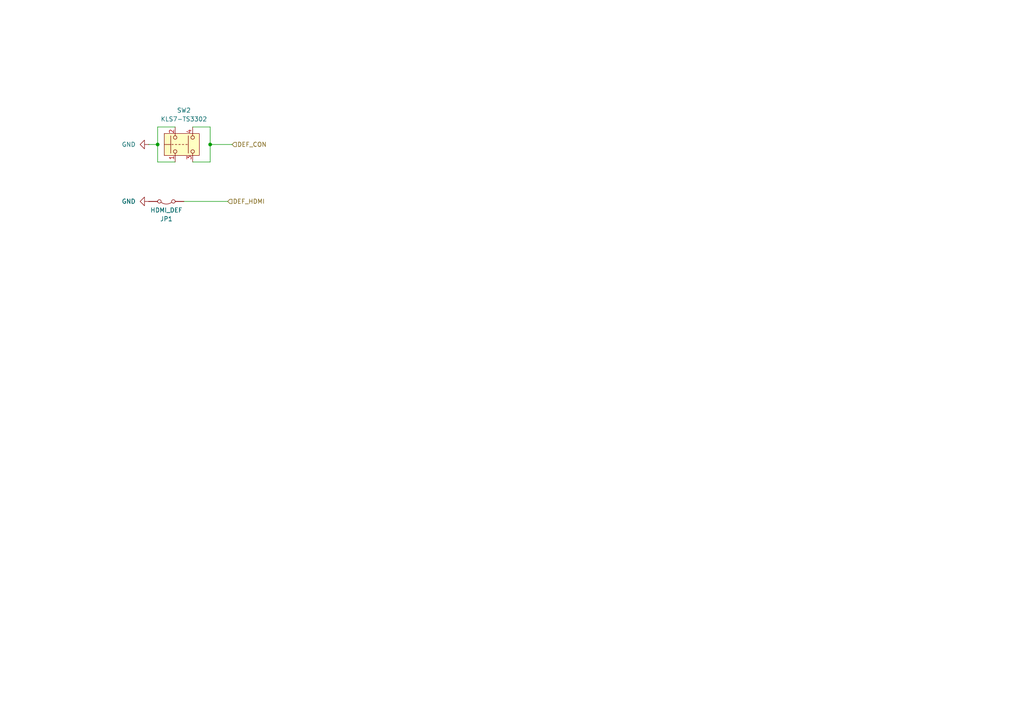
<source format=kicad_sch>
(kicad_sch (version 20231120) (generator "eeschema") (generator_version "8.0")
  (paper "A4")
  (title_block (title "VersaTerm") (date "2025-02-03") (rev "2.01") (company "Mikhail Matveev") (comment 1 "https://github.com/xtremespb/frank"))
  (lib_symbols
    (symbol "GND_1" (power) (pin_numbers hide) (pin_names (offset 0) hide)
      (property "Value" "GND" (at 0 -3.81 0))
      (symbol "GND_1_0_1"
        (polyline (pts (xy 0 0) (xy 0 -1.27) (xy 1.27 -1.27) (xy 0 -2.54) (xy -1.27 -1.27) (xy 0 -1.27)))
      )
      (symbol "GND_1_1_1"
        (pin power_in line (at 0 0 270) (length 0) (name "~") (number "1"))
      )
    )
    (symbol "Jumper:Jumper_2_Bridged" (pin_numbers hide) (pin_names (offset 0) hide) (exclude_from_sim yes)
      (property "Reference" "JP" (at 0 1.905 0))
      (property "Value" "Jumper_2_Bridged" (at 0 -2.54 0))
      (symbol "Jumper_2_Bridged_0_0"
        (circle (center -2.032 0) (radius 0.508))
        (circle (center 2.032 0) (radius 0.508))
      )
      (symbol "Jumper_2_Bridged_0_1"
        (arc (start 1.524 0.254) (mid 0 0.762) (end -1.524 0.254))
      )
      (symbol "Jumper_2_Bridged_1_1"
        (pin passive line (at -5.08 0 0) (length 2.54) (name "A") (number "1"))
        (pin passive line (at 5.08 0 180) (length 2.54) (name "B") (number "2"))
      )
    )
    (symbol "Switch:SW_Push_Dual" (pin_names (offset 1.016) hide)
      (property "Reference" "SW" (at 0 7.62 0))
      (property "Value" "SW_Push_Dual" (at 0 -6.35 0))
      (symbol "SW_Push_Dual_0_1"
        (circle (center -2.032 -2.54) (radius 0.508))
        (circle (center -2.032 2.54) (radius 0.508))
        (polyline (pts (xy 0 -0.508) (xy 0 -1.016)))
        (polyline (pts (xy 0 0.508) (xy 0 0)))
        (polyline (pts (xy 0 1.016) (xy 0 1.524)))
        (polyline (pts (xy 0 2.032) (xy 0 2.54)))
        (polyline (pts (xy 0 3.048) (xy 0 3.556)))
        (polyline (pts (xy 0 3.81) (xy 0 5.588)))
        (polyline (pts (xy 2.54 -1.27) (xy -2.54 -1.27)))
        (polyline (pts (xy 2.54 3.81) (xy -2.54 3.81)))
        (circle (center 2.032 -2.54) (radius 0.508))
        (circle (center 2.032 2.54) (radius 0.508))
        (pin passive line (at -5.08 2.54 0) (length 2.54) (name "1") (number "1"))
        (pin passive line (at 5.08 2.54 180) (length 2.54) (name "2") (number "2"))
        (pin passive line (at -5.08 -2.54 0) (length 2.54) (name "3") (number "3"))
        (pin passive line (at 5.08 -2.54 180) (length 2.54) (name "4") (number "4"))
      )
      (symbol "SW_Push_Dual_1_1"
        (rectangle (start -3.175 5.715) (end 3.175 -4.445) (fill (type background)))
      )
    )
    (symbol "power:GND" (power) (pin_numbers hide) (pin_names (offset 0) hide)
      (property "Value" "GND" (at 0 -3.81 0))
      (symbol "GND_0_1"
        (polyline (pts (xy 0 0) (xy 0 -1.27) (xy 1.27 -1.27) (xy 0 -2.54) (xy -1.27 -1.27) (xy 0 -1.27)))
      )
      (symbol "GND_1_1"
        (pin power_in line (at 0 0 270) (length 0) (name "~") (number "1"))
      )
    )
  )
  (junction (at 60.96 41.91))
  (junction (at 45.72 41.91))
  (wire (pts (xy 45.72 36.83) (xy 45.72 41.91)))
  (wire (pts (xy 55.88 46.99) (xy 60.96 46.99)))
  (wire (pts (xy 55.88 36.83) (xy 60.96 36.83)))
  (wire (pts (xy 60.96 41.91) (xy 60.96 46.99)))
  (wire (pts (xy 45.72 46.99) (xy 50.8 46.99)))
  (wire (pts (xy 60.96 41.91) (xy 67.31 41.91)))
  (wire (pts (xy 45.72 41.91) (xy 45.72 46.99)))
  (wire (pts (xy 60.96 36.83) (xy 60.96 41.91)))
  (wire (pts (xy 66.04 58.42) (xy 53.34 58.42)))
  (wire (pts (xy 45.72 36.83) (xy 50.8 36.83)))
  (wire (pts (xy 43.18 41.91) (xy 45.72 41.91)))
  (hierarchical_label "DEF_HDMI" (shape input) (at 66.04 58.42 0))
  (hierarchical_label "DEF_CON" (shape input) (at 67.31 41.91 0))
  (symbol (lib_id "power:GND") (at 43.18 58.42 270) (unit 1)
    (property "Reference" "#PWR01" (effects (hide yes)))
    (property "Value" "GND" (at 39.37 58.4201 90) (effects (justify right)))
    (property "Description" "Power symbol creates a global label with name \"GND\" , ground" (effects (hide yes)))
  )
  (symbol (lib_id "Switch:SW_Push_Dual") (at 53.34 41.91 90) (unit 1)
    (property "Reference" "SW2" (at 53.34 32.004 90))
    (property "Value" "KLS7-TS3302" (at 53.34 34.544 90))
    (property "Footprint" "FRANK:Button (SMD, 3x3mm)" (effects (hide yes)))
    (property "Datasheet" "https://img.klsele.com/admin/product_upload/20150508135408KLS7-TS3302.pdf" (effects (hide yes)))
    (property "Description" "Push button switch, generic, symbol, four pins" (effects (hide yes)))
    (property "AliExpress" "https://www.aliexpress.com/item/1005007359248990.html" (effects (hide yes)))
  )
  (symbol (lib_id "Jumper:Jumper_2_Bridged") (at 48.26 58.42 180) (unit 1) (exclude_from_sim yes)
    (property "Reference" "JP1" (at 48.26 63.5 0))
    (property "Value" "HDMI_DEF" (at 48.26 60.96 0))
    (property "Footprint" "FRANK:Jumper (solder)" (effects (hide yes)))
    (property "Description" "Jumper, 2-pole, closed/bridged" (effects (hide yes)))
  )
  (symbol (lib_name "GND_1") (lib_id "power:GND") (at 43.18 41.91 270) (unit 1)
    (property "Reference" "#PWR033" (effects (hide yes)))
    (property "Value" "GND" (at 39.37 41.9099 90) (effects (justify right)))
    (property "Description" "Power symbol creates a global label with name \"GND\" , ground" (effects (hide yes)))
  )
)
</source>
